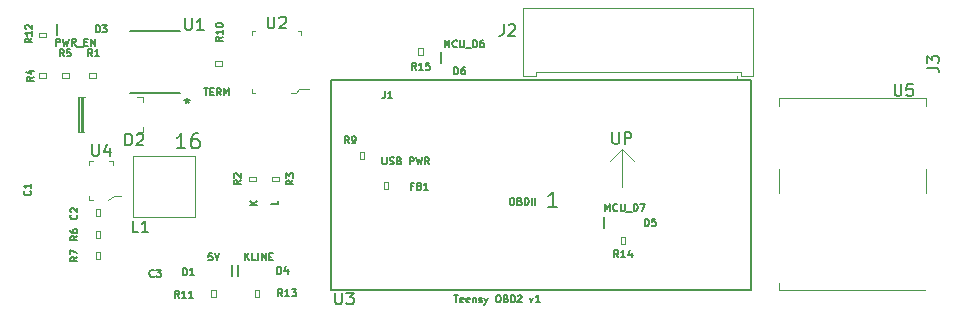
<source format=gto>
G04 #@! TF.GenerationSoftware,KiCad,Pcbnew,5.1.5*
G04 #@! TF.CreationDate,2019-12-04T09:49:36-05:00*
G04 #@! TF.ProjectId,obd-teensy-oled,6f62642d-7465-4656-9e73-792d6f6c6564,rev?*
G04 #@! TF.SameCoordinates,Original*
G04 #@! TF.FileFunction,Legend,Top*
G04 #@! TF.FilePolarity,Positive*
%FSLAX46Y46*%
G04 Gerber Fmt 4.6, Leading zero omitted, Abs format (unit mm)*
G04 Created by KiCad (PCBNEW 5.1.5) date 2019-12-04 09:49:36*
%MOMM*%
%LPD*%
G04 APERTURE LIST*
%ADD10C,0.127000*%
%ADD11C,0.150000*%
%ADD12C,0.120000*%
%ADD13C,0.066040*%
%ADD14C,0.100000*%
%ADD15C,0.152400*%
%ADD16C,0.203200*%
G04 APERTURE END LIST*
D10*
X151917400Y-105965171D02*
X152265742Y-105965171D01*
X152091571Y-106574771D02*
X152091571Y-105965171D01*
X152701171Y-106545742D02*
X152643114Y-106574771D01*
X152527000Y-106574771D01*
X152468942Y-106545742D01*
X152439914Y-106487685D01*
X152439914Y-106255457D01*
X152468942Y-106197400D01*
X152527000Y-106168371D01*
X152643114Y-106168371D01*
X152701171Y-106197400D01*
X152730200Y-106255457D01*
X152730200Y-106313514D01*
X152439914Y-106371571D01*
X153223685Y-106545742D02*
X153165628Y-106574771D01*
X153049514Y-106574771D01*
X152991457Y-106545742D01*
X152962428Y-106487685D01*
X152962428Y-106255457D01*
X152991457Y-106197400D01*
X153049514Y-106168371D01*
X153165628Y-106168371D01*
X153223685Y-106197400D01*
X153252714Y-106255457D01*
X153252714Y-106313514D01*
X152962428Y-106371571D01*
X153513971Y-106168371D02*
X153513971Y-106574771D01*
X153513971Y-106226428D02*
X153543000Y-106197400D01*
X153601057Y-106168371D01*
X153688142Y-106168371D01*
X153746200Y-106197400D01*
X153775228Y-106255457D01*
X153775228Y-106574771D01*
X154036485Y-106545742D02*
X154094542Y-106574771D01*
X154210657Y-106574771D01*
X154268714Y-106545742D01*
X154297742Y-106487685D01*
X154297742Y-106458657D01*
X154268714Y-106400600D01*
X154210657Y-106371571D01*
X154123571Y-106371571D01*
X154065514Y-106342542D01*
X154036485Y-106284485D01*
X154036485Y-106255457D01*
X154065514Y-106197400D01*
X154123571Y-106168371D01*
X154210657Y-106168371D01*
X154268714Y-106197400D01*
X154500942Y-106168371D02*
X154646085Y-106574771D01*
X154791228Y-106168371D02*
X154646085Y-106574771D01*
X154588028Y-106719914D01*
X154559000Y-106748942D01*
X154500942Y-106777971D01*
X155604028Y-105965171D02*
X155720142Y-105965171D01*
X155778200Y-105994200D01*
X155836257Y-106052257D01*
X155865285Y-106168371D01*
X155865285Y-106371571D01*
X155836257Y-106487685D01*
X155778200Y-106545742D01*
X155720142Y-106574771D01*
X155604028Y-106574771D01*
X155545971Y-106545742D01*
X155487914Y-106487685D01*
X155458885Y-106371571D01*
X155458885Y-106168371D01*
X155487914Y-106052257D01*
X155545971Y-105994200D01*
X155604028Y-105965171D01*
X156329742Y-106255457D02*
X156416828Y-106284485D01*
X156445857Y-106313514D01*
X156474885Y-106371571D01*
X156474885Y-106458657D01*
X156445857Y-106516714D01*
X156416828Y-106545742D01*
X156358771Y-106574771D01*
X156126542Y-106574771D01*
X156126542Y-105965171D01*
X156329742Y-105965171D01*
X156387800Y-105994200D01*
X156416828Y-106023228D01*
X156445857Y-106081285D01*
X156445857Y-106139342D01*
X156416828Y-106197400D01*
X156387800Y-106226428D01*
X156329742Y-106255457D01*
X156126542Y-106255457D01*
X156736142Y-106574771D02*
X156736142Y-105965171D01*
X156881285Y-105965171D01*
X156968371Y-105994200D01*
X157026428Y-106052257D01*
X157055457Y-106110314D01*
X157084485Y-106226428D01*
X157084485Y-106313514D01*
X157055457Y-106429628D01*
X157026428Y-106487685D01*
X156968371Y-106545742D01*
X156881285Y-106574771D01*
X156736142Y-106574771D01*
X157316714Y-106023228D02*
X157345742Y-105994200D01*
X157403800Y-105965171D01*
X157548942Y-105965171D01*
X157607000Y-105994200D01*
X157636028Y-106023228D01*
X157665057Y-106081285D01*
X157665057Y-106139342D01*
X157636028Y-106226428D01*
X157287685Y-106574771D01*
X157665057Y-106574771D01*
X158332714Y-106168371D02*
X158477857Y-106574771D01*
X158623000Y-106168371D01*
X159174542Y-106574771D02*
X158826200Y-106574771D01*
X159000371Y-106574771D02*
X159000371Y-105965171D01*
X158942314Y-106052257D01*
X158884257Y-106110314D01*
X158826200Y-106139342D01*
D11*
X165330285Y-92162380D02*
X165330285Y-92971904D01*
X165377904Y-93067142D01*
X165425523Y-93114761D01*
X165520761Y-93162380D01*
X165711238Y-93162380D01*
X165806476Y-93114761D01*
X165854095Y-93067142D01*
X165901714Y-92971904D01*
X165901714Y-92162380D01*
X166377904Y-93162380D02*
X166377904Y-92162380D01*
X166758857Y-92162380D01*
X166854095Y-92210000D01*
X166901714Y-92257619D01*
X166949333Y-92352857D01*
X166949333Y-92495714D01*
X166901714Y-92590952D01*
X166854095Y-92638571D01*
X166758857Y-92686190D01*
X166377904Y-92686190D01*
D12*
X166116000Y-93599000D02*
X167132000Y-94615000D01*
X165100000Y-94615000D02*
X166116000Y-93599000D01*
X166116000Y-96774000D02*
X166116000Y-93599000D01*
D11*
X141478000Y-105537000D02*
X141478000Y-87757000D01*
X177038000Y-105537000D02*
X141478000Y-105537000D01*
X177038000Y-87757000D02*
X177038000Y-105537000D01*
X141478000Y-87757000D02*
X177038000Y-87757000D01*
D12*
X157781000Y-81673000D02*
X167516000Y-81673000D01*
X157781000Y-87393000D02*
X157781000Y-81673000D01*
X158851000Y-87393000D02*
X157781000Y-87393000D01*
X158851000Y-87093000D02*
X158851000Y-87393000D01*
X167516000Y-87093000D02*
X158851000Y-87093000D01*
X177251000Y-81673000D02*
X167516000Y-81673000D01*
X177251000Y-87393000D02*
X177251000Y-81673000D01*
X176181000Y-87393000D02*
X177251000Y-87393000D01*
X176181000Y-87093000D02*
X176181000Y-87393000D01*
X167516000Y-87093000D02*
X176181000Y-87093000D01*
X175891000Y-87683000D02*
X176391000Y-87683000D01*
X175891000Y-87383000D02*
X175891000Y-87683000D01*
D13*
X149296120Y-85044280D02*
X149296120Y-85643720D01*
X149296120Y-85643720D02*
X148899880Y-85643720D01*
X148899880Y-85044280D02*
X148899880Y-85643720D01*
X149296120Y-85044280D02*
X148899880Y-85044280D01*
X166044880Y-101645720D02*
X166044880Y-101046280D01*
X166044880Y-101046280D02*
X166441120Y-101046280D01*
X166441120Y-101645720D02*
X166441120Y-101046280D01*
X166044880Y-101645720D02*
X166441120Y-101645720D01*
X135453120Y-105491280D02*
X135453120Y-106090720D01*
X135453120Y-106090720D02*
X135056880Y-106090720D01*
X135056880Y-105491280D02*
X135056880Y-106090720D01*
X135453120Y-105491280D02*
X135056880Y-105491280D01*
X116794280Y-83748880D02*
X117393720Y-83748880D01*
X117393720Y-83748880D02*
X117393720Y-84145120D01*
X116794280Y-84145120D02*
X117393720Y-84145120D01*
X116794280Y-83748880D02*
X116794280Y-84145120D01*
X131770120Y-105491280D02*
X131770120Y-106090720D01*
X131770120Y-106090720D02*
X131373880Y-106090720D01*
X131373880Y-105491280D02*
X131373880Y-106090720D01*
X131770120Y-105491280D02*
X131373880Y-105491280D01*
D10*
X150812500Y-86326980D02*
X150812500Y-85377020D01*
X164655500Y-100296980D02*
X164655500Y-99347020D01*
X133667500Y-104360980D02*
X133667500Y-103411020D01*
X118300500Y-83913980D02*
X118300500Y-82964020D01*
X133159500Y-103411020D02*
X133159500Y-104360980D01*
D13*
X145978880Y-96946720D02*
X145978880Y-96347280D01*
X145978880Y-96347280D02*
X146375120Y-96347280D01*
X146375120Y-96946720D02*
X146375120Y-96347280D01*
X145978880Y-96946720D02*
X146375120Y-96946720D01*
X131653280Y-86161880D02*
X132252720Y-86161880D01*
X132252720Y-86161880D02*
X132252720Y-86558120D01*
X131653280Y-86558120D02*
X132252720Y-86558120D01*
X131653280Y-86161880D02*
X131653280Y-86558120D01*
X144343120Y-93807280D02*
X144343120Y-94406720D01*
X144343120Y-94406720D02*
X143946880Y-94406720D01*
X143946880Y-93807280D02*
X143946880Y-94406720D01*
X144343120Y-93807280D02*
X143946880Y-93807280D01*
D12*
X179464000Y-89909000D02*
X179464000Y-89309000D01*
X179464000Y-105519000D02*
X179464000Y-104909000D01*
X191884000Y-89909000D02*
X191884000Y-89299000D01*
X191774000Y-105519000D02*
X179464000Y-105519000D01*
X191884000Y-89299000D02*
X179464000Y-89299000D01*
X179464000Y-97309000D02*
X179464000Y-95309000D01*
X191884000Y-97309000D02*
X191884000Y-95309000D01*
D14*
X121047000Y-94616000D02*
X121397000Y-94616000D01*
X121047000Y-94966000D02*
X121047000Y-94616000D01*
X123047000Y-94616000D02*
X123047000Y-94966000D01*
X122697000Y-94616000D02*
X123047000Y-94616000D01*
X121047000Y-97916000D02*
X121397000Y-97916000D01*
X121047000Y-97566000D02*
X121047000Y-97916000D01*
X123097000Y-97566000D02*
X122647000Y-97916000D01*
X123697000Y-97566000D02*
X123097000Y-97566000D01*
D13*
X121991120Y-102316280D02*
X121991120Y-102915720D01*
X121991120Y-102915720D02*
X121594880Y-102915720D01*
X121594880Y-102316280D02*
X121594880Y-102915720D01*
X121991120Y-102316280D02*
X121594880Y-102316280D01*
X121991120Y-100538280D02*
X121991120Y-101137720D01*
X121991120Y-101137720D02*
X121594880Y-101137720D01*
X121594880Y-100538280D02*
X121594880Y-101137720D01*
X121991120Y-100538280D02*
X121594880Y-100538280D01*
X119298720Y-87574120D02*
X118699280Y-87574120D01*
X118699280Y-87574120D02*
X118699280Y-87177880D01*
X119298720Y-87177880D02*
X118699280Y-87177880D01*
X119298720Y-87574120D02*
X119298720Y-87177880D01*
X116794280Y-87177880D02*
X117393720Y-87177880D01*
X117393720Y-87177880D02*
X117393720Y-87574120D01*
X116794280Y-87574120D02*
X117393720Y-87574120D01*
X116794280Y-87177880D02*
X116794280Y-87574120D01*
X136479280Y-95940880D02*
X137078720Y-95940880D01*
X137078720Y-95940880D02*
X137078720Y-96337120D01*
X136479280Y-96337120D02*
X137078720Y-96337120D01*
X136479280Y-95940880D02*
X136479280Y-96337120D01*
X135173720Y-96337120D02*
X134574280Y-96337120D01*
X134574280Y-96337120D02*
X134574280Y-95940880D01*
X135173720Y-95940880D02*
X134574280Y-95940880D01*
X135173720Y-96337120D02*
X135173720Y-95940880D01*
D12*
X124781000Y-94174000D02*
X129981000Y-94174000D01*
X124781000Y-99374000D02*
X124781000Y-94174000D01*
X129981000Y-99374000D02*
X124781000Y-99374000D01*
X129981000Y-94174000D02*
X129981000Y-99374000D01*
D13*
X121991120Y-98633280D02*
X121991120Y-99232720D01*
X121991120Y-99232720D02*
X121594880Y-99232720D01*
X121594880Y-98633280D02*
X121594880Y-99232720D01*
X121991120Y-98633280D02*
X121594880Y-98633280D01*
X121584720Y-87574120D02*
X120985280Y-87574120D01*
X120985280Y-87574120D02*
X120985280Y-87177880D01*
X121584720Y-87177880D02*
X120985280Y-87177880D01*
X121584720Y-87574120D02*
X121584720Y-87177880D01*
D14*
X120512000Y-89203000D02*
X120512000Y-92153000D01*
X120412000Y-89203000D02*
X120412000Y-92153000D01*
X120312000Y-89203000D02*
X120312000Y-92153000D01*
X120212000Y-89203000D02*
X120212000Y-92153000D01*
X125562000Y-89203000D02*
X125562000Y-89578000D01*
X125062000Y-89203000D02*
X125562000Y-89203000D01*
X125562000Y-92153000D02*
X125162000Y-92153000D01*
X125562000Y-91703000D02*
X125562000Y-92153000D01*
X120112000Y-89203000D02*
X120112000Y-92153000D01*
X120712000Y-89203000D02*
X120112000Y-89203000D01*
X120112000Y-92153000D02*
X120612000Y-92153000D01*
D15*
X124498100Y-88861900D02*
X128739900Y-88861900D01*
X128739900Y-83604100D02*
X124498100Y-83604100D01*
D14*
X134806000Y-83633000D02*
X135106000Y-83633000D01*
X134806000Y-83933000D02*
X134806000Y-83633000D01*
X134806000Y-88833000D02*
X135106000Y-88833000D01*
X134806000Y-88533000D02*
X134806000Y-88833000D01*
X139006000Y-83633000D02*
X138706000Y-83633000D01*
X139006000Y-83933000D02*
X139006000Y-83633000D01*
X138806000Y-88533000D02*
X139606000Y-88533000D01*
X138506000Y-88833000D02*
X138806000Y-88533000D01*
X138106000Y-88833000D02*
X138506000Y-88833000D01*
D11*
X141859095Y-105751380D02*
X141859095Y-106560904D01*
X141906714Y-106656142D01*
X141954333Y-106703761D01*
X142049571Y-106751380D01*
X142240047Y-106751380D01*
X142335285Y-106703761D01*
X142382904Y-106656142D01*
X142430523Y-106560904D01*
X142430523Y-105751380D01*
X142811476Y-105751380D02*
X143430523Y-105751380D01*
X143097190Y-106132333D01*
X143240047Y-106132333D01*
X143335285Y-106179952D01*
X143382904Y-106227571D01*
X143430523Y-106322809D01*
X143430523Y-106560904D01*
X143382904Y-106656142D01*
X143335285Y-106703761D01*
X143240047Y-106751380D01*
X142954333Y-106751380D01*
X142859095Y-106703761D01*
X142811476Y-106656142D01*
X156130666Y-83018380D02*
X156130666Y-83732666D01*
X156083047Y-83875523D01*
X155987809Y-83970761D01*
X155844952Y-84018380D01*
X155749714Y-84018380D01*
X156559238Y-83113619D02*
X156606857Y-83066000D01*
X156702095Y-83018380D01*
X156940190Y-83018380D01*
X157035428Y-83066000D01*
X157083047Y-83113619D01*
X157130666Y-83208857D01*
X157130666Y-83304095D01*
X157083047Y-83446952D01*
X156511619Y-84018380D01*
X157130666Y-84018380D01*
X191984380Y-86693333D02*
X192698666Y-86693333D01*
X192841523Y-86740952D01*
X192936761Y-86836190D01*
X192984380Y-86979047D01*
X192984380Y-87074285D01*
X191984380Y-86312380D02*
X191984380Y-85693333D01*
X192365333Y-86026666D01*
X192365333Y-85883809D01*
X192412952Y-85788571D01*
X192460571Y-85740952D01*
X192555809Y-85693333D01*
X192793904Y-85693333D01*
X192889142Y-85740952D01*
X192936761Y-85788571D01*
X192984380Y-85883809D01*
X192984380Y-86169523D01*
X192936761Y-86264761D01*
X192889142Y-86312380D01*
D10*
X148706114Y-86889771D02*
X148502914Y-86599485D01*
X148357771Y-86889771D02*
X148357771Y-86280171D01*
X148590000Y-86280171D01*
X148648057Y-86309200D01*
X148677085Y-86338228D01*
X148706114Y-86396285D01*
X148706114Y-86483371D01*
X148677085Y-86541428D01*
X148648057Y-86570457D01*
X148590000Y-86599485D01*
X148357771Y-86599485D01*
X149286685Y-86889771D02*
X148938342Y-86889771D01*
X149112514Y-86889771D02*
X149112514Y-86280171D01*
X149054457Y-86367257D01*
X148996400Y-86425314D01*
X148938342Y-86454342D01*
X149838228Y-86280171D02*
X149547942Y-86280171D01*
X149518914Y-86570457D01*
X149547942Y-86541428D01*
X149606000Y-86512400D01*
X149751142Y-86512400D01*
X149809200Y-86541428D01*
X149838228Y-86570457D01*
X149867257Y-86628514D01*
X149867257Y-86773657D01*
X149838228Y-86831714D01*
X149809200Y-86860742D01*
X149751142Y-86889771D01*
X149606000Y-86889771D01*
X149547942Y-86860742D01*
X149518914Y-86831714D01*
X165851114Y-102764771D02*
X165647914Y-102474485D01*
X165502771Y-102764771D02*
X165502771Y-102155171D01*
X165735000Y-102155171D01*
X165793057Y-102184200D01*
X165822085Y-102213228D01*
X165851114Y-102271285D01*
X165851114Y-102358371D01*
X165822085Y-102416428D01*
X165793057Y-102445457D01*
X165735000Y-102474485D01*
X165502771Y-102474485D01*
X166431685Y-102764771D02*
X166083342Y-102764771D01*
X166257514Y-102764771D02*
X166257514Y-102155171D01*
X166199457Y-102242257D01*
X166141400Y-102300314D01*
X166083342Y-102329342D01*
X166954200Y-102358371D02*
X166954200Y-102764771D01*
X166809057Y-102126142D02*
X166663914Y-102561571D01*
X167041285Y-102561571D01*
X137403114Y-106066771D02*
X137199914Y-105776485D01*
X137054771Y-106066771D02*
X137054771Y-105457171D01*
X137287000Y-105457171D01*
X137345057Y-105486200D01*
X137374085Y-105515228D01*
X137403114Y-105573285D01*
X137403114Y-105660371D01*
X137374085Y-105718428D01*
X137345057Y-105747457D01*
X137287000Y-105776485D01*
X137054771Y-105776485D01*
X137983685Y-106066771D02*
X137635342Y-106066771D01*
X137809514Y-106066771D02*
X137809514Y-105457171D01*
X137751457Y-105544257D01*
X137693400Y-105602314D01*
X137635342Y-105631342D01*
X138186885Y-105457171D02*
X138564257Y-105457171D01*
X138361057Y-105689400D01*
X138448142Y-105689400D01*
X138506200Y-105718428D01*
X138535228Y-105747457D01*
X138564257Y-105805514D01*
X138564257Y-105950657D01*
X138535228Y-106008714D01*
X138506200Y-106037742D01*
X138448142Y-106066771D01*
X138273971Y-106066771D01*
X138215914Y-106037742D01*
X138186885Y-106008714D01*
X116226771Y-84211885D02*
X115936485Y-84415085D01*
X116226771Y-84560228D02*
X115617171Y-84560228D01*
X115617171Y-84328000D01*
X115646200Y-84269942D01*
X115675228Y-84240914D01*
X115733285Y-84211885D01*
X115820371Y-84211885D01*
X115878428Y-84240914D01*
X115907457Y-84269942D01*
X115936485Y-84328000D01*
X115936485Y-84560228D01*
X116226771Y-83631314D02*
X116226771Y-83979657D01*
X116226771Y-83805485D02*
X115617171Y-83805485D01*
X115704257Y-83863542D01*
X115762314Y-83921600D01*
X115791342Y-83979657D01*
X115675228Y-83399085D02*
X115646200Y-83370057D01*
X115617171Y-83312000D01*
X115617171Y-83166857D01*
X115646200Y-83108800D01*
X115675228Y-83079771D01*
X115733285Y-83050742D01*
X115791342Y-83050742D01*
X115878428Y-83079771D01*
X116226771Y-83428114D01*
X116226771Y-83050742D01*
X128640114Y-106193771D02*
X128436914Y-105903485D01*
X128291771Y-106193771D02*
X128291771Y-105584171D01*
X128524000Y-105584171D01*
X128582057Y-105613200D01*
X128611085Y-105642228D01*
X128640114Y-105700285D01*
X128640114Y-105787371D01*
X128611085Y-105845428D01*
X128582057Y-105874457D01*
X128524000Y-105903485D01*
X128291771Y-105903485D01*
X129220685Y-106193771D02*
X128872342Y-106193771D01*
X129046514Y-106193771D02*
X129046514Y-105584171D01*
X128988457Y-105671257D01*
X128930400Y-105729314D01*
X128872342Y-105758342D01*
X129801257Y-106193771D02*
X129452914Y-106193771D01*
X129627085Y-106193771D02*
X129627085Y-105584171D01*
X129569028Y-105671257D01*
X129510971Y-105729314D01*
X129452914Y-105758342D01*
X151950057Y-87270771D02*
X151950057Y-86661171D01*
X152095200Y-86661171D01*
X152182285Y-86690200D01*
X152240342Y-86748257D01*
X152269371Y-86806314D01*
X152298400Y-86922428D01*
X152298400Y-87009514D01*
X152269371Y-87125628D01*
X152240342Y-87183685D01*
X152182285Y-87241742D01*
X152095200Y-87270771D01*
X151950057Y-87270771D01*
X152820914Y-86661171D02*
X152704800Y-86661171D01*
X152646742Y-86690200D01*
X152617714Y-86719228D01*
X152559657Y-86806314D01*
X152530628Y-86922428D01*
X152530628Y-87154657D01*
X152559657Y-87212714D01*
X152588685Y-87241742D01*
X152646742Y-87270771D01*
X152762857Y-87270771D01*
X152820914Y-87241742D01*
X152849942Y-87212714D01*
X152878971Y-87154657D01*
X152878971Y-87009514D01*
X152849942Y-86951457D01*
X152820914Y-86922428D01*
X152762857Y-86893400D01*
X152646742Y-86893400D01*
X152588685Y-86922428D01*
X152559657Y-86951457D01*
X152530628Y-87009514D01*
X151126371Y-84984771D02*
X151126371Y-84375171D01*
X151329571Y-84810600D01*
X151532771Y-84375171D01*
X151532771Y-84984771D01*
X152171400Y-84926714D02*
X152142371Y-84955742D01*
X152055285Y-84984771D01*
X151997228Y-84984771D01*
X151910142Y-84955742D01*
X151852085Y-84897685D01*
X151823057Y-84839628D01*
X151794028Y-84723514D01*
X151794028Y-84636428D01*
X151823057Y-84520314D01*
X151852085Y-84462257D01*
X151910142Y-84404200D01*
X151997228Y-84375171D01*
X152055285Y-84375171D01*
X152142371Y-84404200D01*
X152171400Y-84433228D01*
X152432657Y-84375171D02*
X152432657Y-84868657D01*
X152461685Y-84926714D01*
X152490714Y-84955742D01*
X152548771Y-84984771D01*
X152664885Y-84984771D01*
X152722942Y-84955742D01*
X152751971Y-84926714D01*
X152781000Y-84868657D01*
X152781000Y-84375171D01*
X152926142Y-85042828D02*
X153390600Y-85042828D01*
X153535742Y-84984771D02*
X153535742Y-84375171D01*
X153680885Y-84375171D01*
X153767971Y-84404200D01*
X153826028Y-84462257D01*
X153855057Y-84520314D01*
X153884085Y-84636428D01*
X153884085Y-84723514D01*
X153855057Y-84839628D01*
X153826028Y-84897685D01*
X153767971Y-84955742D01*
X153680885Y-84984771D01*
X153535742Y-84984771D01*
X154406600Y-84375171D02*
X154290485Y-84375171D01*
X154232428Y-84404200D01*
X154203400Y-84433228D01*
X154145342Y-84520314D01*
X154116314Y-84636428D01*
X154116314Y-84868657D01*
X154145342Y-84926714D01*
X154174371Y-84955742D01*
X154232428Y-84984771D01*
X154348542Y-84984771D01*
X154406600Y-84955742D01*
X154435628Y-84926714D01*
X154464657Y-84868657D01*
X154464657Y-84723514D01*
X154435628Y-84665457D01*
X154406600Y-84636428D01*
X154348542Y-84607400D01*
X154232428Y-84607400D01*
X154174371Y-84636428D01*
X154145342Y-84665457D01*
X154116314Y-84723514D01*
X168079057Y-100097771D02*
X168079057Y-99488171D01*
X168224200Y-99488171D01*
X168311285Y-99517200D01*
X168369342Y-99575257D01*
X168398371Y-99633314D01*
X168427400Y-99749428D01*
X168427400Y-99836514D01*
X168398371Y-99952628D01*
X168369342Y-100010685D01*
X168311285Y-100068742D01*
X168224200Y-100097771D01*
X168079057Y-100097771D01*
X168978942Y-99488171D02*
X168688657Y-99488171D01*
X168659628Y-99778457D01*
X168688657Y-99749428D01*
X168746714Y-99720400D01*
X168891857Y-99720400D01*
X168949914Y-99749428D01*
X168978942Y-99778457D01*
X169007971Y-99836514D01*
X169007971Y-99981657D01*
X168978942Y-100039714D01*
X168949914Y-100068742D01*
X168891857Y-100097771D01*
X168746714Y-100097771D01*
X168688657Y-100068742D01*
X168659628Y-100039714D01*
X164715371Y-98827771D02*
X164715371Y-98218171D01*
X164918571Y-98653600D01*
X165121771Y-98218171D01*
X165121771Y-98827771D01*
X165760400Y-98769714D02*
X165731371Y-98798742D01*
X165644285Y-98827771D01*
X165586228Y-98827771D01*
X165499142Y-98798742D01*
X165441085Y-98740685D01*
X165412057Y-98682628D01*
X165383028Y-98566514D01*
X165383028Y-98479428D01*
X165412057Y-98363314D01*
X165441085Y-98305257D01*
X165499142Y-98247200D01*
X165586228Y-98218171D01*
X165644285Y-98218171D01*
X165731371Y-98247200D01*
X165760400Y-98276228D01*
X166021657Y-98218171D02*
X166021657Y-98711657D01*
X166050685Y-98769714D01*
X166079714Y-98798742D01*
X166137771Y-98827771D01*
X166253885Y-98827771D01*
X166311942Y-98798742D01*
X166340971Y-98769714D01*
X166370000Y-98711657D01*
X166370000Y-98218171D01*
X166515142Y-98885828D02*
X166979600Y-98885828D01*
X167124742Y-98827771D02*
X167124742Y-98218171D01*
X167269885Y-98218171D01*
X167356971Y-98247200D01*
X167415028Y-98305257D01*
X167444057Y-98363314D01*
X167473085Y-98479428D01*
X167473085Y-98566514D01*
X167444057Y-98682628D01*
X167415028Y-98740685D01*
X167356971Y-98798742D01*
X167269885Y-98827771D01*
X167124742Y-98827771D01*
X167676285Y-98218171D02*
X168082685Y-98218171D01*
X167821428Y-98827771D01*
X136964057Y-104161771D02*
X136964057Y-103552171D01*
X137109200Y-103552171D01*
X137196285Y-103581200D01*
X137254342Y-103639257D01*
X137283371Y-103697314D01*
X137312400Y-103813428D01*
X137312400Y-103900514D01*
X137283371Y-104016628D01*
X137254342Y-104074685D01*
X137196285Y-104132742D01*
X137109200Y-104161771D01*
X136964057Y-104161771D01*
X137834914Y-103755371D02*
X137834914Y-104161771D01*
X137689771Y-103523142D02*
X137544628Y-103958571D01*
X137922000Y-103958571D01*
X134235371Y-103018771D02*
X134235371Y-102409171D01*
X134583714Y-103018771D02*
X134322457Y-102670428D01*
X134583714Y-102409171D02*
X134235371Y-102757514D01*
X135135257Y-103018771D02*
X134844971Y-103018771D01*
X134844971Y-102409171D01*
X135338457Y-103018771D02*
X135338457Y-102409171D01*
X135628742Y-103018771D02*
X135628742Y-102409171D01*
X135977085Y-103018771D01*
X135977085Y-102409171D01*
X136267371Y-102699457D02*
X136470571Y-102699457D01*
X136557657Y-103018771D02*
X136267371Y-103018771D01*
X136267371Y-102409171D01*
X136557657Y-102409171D01*
X121597057Y-83714771D02*
X121597057Y-83105171D01*
X121742200Y-83105171D01*
X121829285Y-83134200D01*
X121887342Y-83192257D01*
X121916371Y-83250314D01*
X121945400Y-83366428D01*
X121945400Y-83453514D01*
X121916371Y-83569628D01*
X121887342Y-83627685D01*
X121829285Y-83685742D01*
X121742200Y-83714771D01*
X121597057Y-83714771D01*
X122148600Y-83105171D02*
X122525971Y-83105171D01*
X122322771Y-83337400D01*
X122409857Y-83337400D01*
X122467914Y-83366428D01*
X122496942Y-83395457D01*
X122525971Y-83453514D01*
X122525971Y-83598657D01*
X122496942Y-83656714D01*
X122467914Y-83685742D01*
X122409857Y-83714771D01*
X122235685Y-83714771D01*
X122177628Y-83685742D01*
X122148600Y-83656714D01*
X118247885Y-84857771D02*
X118247885Y-84248171D01*
X118480114Y-84248171D01*
X118538171Y-84277200D01*
X118567200Y-84306228D01*
X118596228Y-84364285D01*
X118596228Y-84451371D01*
X118567200Y-84509428D01*
X118538171Y-84538457D01*
X118480114Y-84567485D01*
X118247885Y-84567485D01*
X118799428Y-84248171D02*
X118944571Y-84857771D01*
X119060685Y-84422342D01*
X119176800Y-84857771D01*
X119321942Y-84248171D01*
X119902514Y-84857771D02*
X119699314Y-84567485D01*
X119554171Y-84857771D02*
X119554171Y-84248171D01*
X119786400Y-84248171D01*
X119844457Y-84277200D01*
X119873485Y-84306228D01*
X119902514Y-84364285D01*
X119902514Y-84451371D01*
X119873485Y-84509428D01*
X119844457Y-84538457D01*
X119786400Y-84567485D01*
X119554171Y-84567485D01*
X120018628Y-84915828D02*
X120483085Y-84915828D01*
X120628228Y-84538457D02*
X120831428Y-84538457D01*
X120918514Y-84857771D02*
X120628228Y-84857771D01*
X120628228Y-84248171D01*
X120918514Y-84248171D01*
X121179771Y-84857771D02*
X121179771Y-84248171D01*
X121528114Y-84857771D01*
X121528114Y-84248171D01*
X128963057Y-104288771D02*
X128963057Y-103679171D01*
X129108200Y-103679171D01*
X129195285Y-103708200D01*
X129253342Y-103766257D01*
X129282371Y-103824314D01*
X129311400Y-103940428D01*
X129311400Y-104027514D01*
X129282371Y-104143628D01*
X129253342Y-104201685D01*
X129195285Y-104259742D01*
X129108200Y-104288771D01*
X128963057Y-104288771D01*
X129891971Y-104288771D02*
X129543628Y-104288771D01*
X129717800Y-104288771D02*
X129717800Y-103679171D01*
X129659742Y-103766257D01*
X129601685Y-103824314D01*
X129543628Y-103853342D01*
X131455885Y-102409171D02*
X131165600Y-102409171D01*
X131136571Y-102699457D01*
X131165600Y-102670428D01*
X131223657Y-102641400D01*
X131368800Y-102641400D01*
X131426857Y-102670428D01*
X131455885Y-102699457D01*
X131484914Y-102757514D01*
X131484914Y-102902657D01*
X131455885Y-102960714D01*
X131426857Y-102989742D01*
X131368800Y-103018771D01*
X131223657Y-103018771D01*
X131165600Y-102989742D01*
X131136571Y-102960714D01*
X131659085Y-102409171D02*
X131862285Y-103018771D01*
X132065485Y-102409171D01*
X148463000Y-96730457D02*
X148259800Y-96730457D01*
X148259800Y-97049771D02*
X148259800Y-96440171D01*
X148550085Y-96440171D01*
X148985514Y-96730457D02*
X149072600Y-96759485D01*
X149101628Y-96788514D01*
X149130657Y-96846571D01*
X149130657Y-96933657D01*
X149101628Y-96991714D01*
X149072600Y-97020742D01*
X149014542Y-97049771D01*
X148782314Y-97049771D01*
X148782314Y-96440171D01*
X148985514Y-96440171D01*
X149043571Y-96469200D01*
X149072600Y-96498228D01*
X149101628Y-96556285D01*
X149101628Y-96614342D01*
X149072600Y-96672400D01*
X149043571Y-96701428D01*
X148985514Y-96730457D01*
X148782314Y-96730457D01*
X149711228Y-97049771D02*
X149362885Y-97049771D01*
X149537057Y-97049771D02*
X149537057Y-96440171D01*
X149479000Y-96527257D01*
X149420942Y-96585314D01*
X149362885Y-96614342D01*
X132355771Y-84084885D02*
X132065485Y-84288085D01*
X132355771Y-84433228D02*
X131746171Y-84433228D01*
X131746171Y-84201000D01*
X131775200Y-84142942D01*
X131804228Y-84113914D01*
X131862285Y-84084885D01*
X131949371Y-84084885D01*
X132007428Y-84113914D01*
X132036457Y-84142942D01*
X132065485Y-84201000D01*
X132065485Y-84433228D01*
X132355771Y-83504314D02*
X132355771Y-83852657D01*
X132355771Y-83678485D02*
X131746171Y-83678485D01*
X131833257Y-83736542D01*
X131891314Y-83794600D01*
X131920342Y-83852657D01*
X131746171Y-83126942D02*
X131746171Y-83068885D01*
X131775200Y-83010828D01*
X131804228Y-82981800D01*
X131862285Y-82952771D01*
X131978400Y-82923742D01*
X132123542Y-82923742D01*
X132239657Y-82952771D01*
X132297714Y-82981800D01*
X132326742Y-83010828D01*
X132355771Y-83068885D01*
X132355771Y-83126942D01*
X132326742Y-83185000D01*
X132297714Y-83214028D01*
X132239657Y-83243057D01*
X132123542Y-83272085D01*
X131978400Y-83272085D01*
X131862285Y-83243057D01*
X131804228Y-83214028D01*
X131775200Y-83185000D01*
X131746171Y-83126942D01*
X130722914Y-88439171D02*
X131071257Y-88439171D01*
X130897085Y-89048771D02*
X130897085Y-88439171D01*
X131274457Y-88729457D02*
X131477657Y-88729457D01*
X131564742Y-89048771D02*
X131274457Y-89048771D01*
X131274457Y-88439171D01*
X131564742Y-88439171D01*
X132174342Y-89048771D02*
X131971142Y-88758485D01*
X131826000Y-89048771D02*
X131826000Y-88439171D01*
X132058228Y-88439171D01*
X132116285Y-88468200D01*
X132145314Y-88497228D01*
X132174342Y-88555285D01*
X132174342Y-88642371D01*
X132145314Y-88700428D01*
X132116285Y-88729457D01*
X132058228Y-88758485D01*
X131826000Y-88758485D01*
X132435600Y-89048771D02*
X132435600Y-88439171D01*
X132638800Y-88874600D01*
X132842000Y-88439171D01*
X132842000Y-89048771D01*
X143027400Y-93112771D02*
X142824200Y-92822485D01*
X142679057Y-93112771D02*
X142679057Y-92503171D01*
X142911285Y-92503171D01*
X142969342Y-92532200D01*
X142998371Y-92561228D01*
X143027400Y-92619285D01*
X143027400Y-92706371D01*
X142998371Y-92764428D01*
X142969342Y-92793457D01*
X142911285Y-92822485D01*
X142679057Y-92822485D01*
X143317685Y-93112771D02*
X143433800Y-93112771D01*
X143491857Y-93083742D01*
X143520885Y-93054714D01*
X143578942Y-92967628D01*
X143607971Y-92851514D01*
X143607971Y-92619285D01*
X143578942Y-92561228D01*
X143549914Y-92532200D01*
X143491857Y-92503171D01*
X143375742Y-92503171D01*
X143317685Y-92532200D01*
X143288657Y-92561228D01*
X143259628Y-92619285D01*
X143259628Y-92764428D01*
X143288657Y-92822485D01*
X143317685Y-92851514D01*
X143375742Y-92880542D01*
X143491857Y-92880542D01*
X143549914Y-92851514D01*
X143578942Y-92822485D01*
X143607971Y-92764428D01*
X145868571Y-94281171D02*
X145868571Y-94774657D01*
X145897600Y-94832714D01*
X145926628Y-94861742D01*
X145984685Y-94890771D01*
X146100800Y-94890771D01*
X146158857Y-94861742D01*
X146187885Y-94832714D01*
X146216914Y-94774657D01*
X146216914Y-94281171D01*
X146478171Y-94861742D02*
X146565257Y-94890771D01*
X146710400Y-94890771D01*
X146768457Y-94861742D01*
X146797485Y-94832714D01*
X146826514Y-94774657D01*
X146826514Y-94716600D01*
X146797485Y-94658542D01*
X146768457Y-94629514D01*
X146710400Y-94600485D01*
X146594285Y-94571457D01*
X146536228Y-94542428D01*
X146507200Y-94513400D01*
X146478171Y-94455342D01*
X146478171Y-94397285D01*
X146507200Y-94339228D01*
X146536228Y-94310200D01*
X146594285Y-94281171D01*
X146739428Y-94281171D01*
X146826514Y-94310200D01*
X147290971Y-94571457D02*
X147378057Y-94600485D01*
X147407085Y-94629514D01*
X147436114Y-94687571D01*
X147436114Y-94774657D01*
X147407085Y-94832714D01*
X147378057Y-94861742D01*
X147320000Y-94890771D01*
X147087771Y-94890771D01*
X147087771Y-94281171D01*
X147290971Y-94281171D01*
X147349028Y-94310200D01*
X147378057Y-94339228D01*
X147407085Y-94397285D01*
X147407085Y-94455342D01*
X147378057Y-94513400D01*
X147349028Y-94542428D01*
X147290971Y-94571457D01*
X147087771Y-94571457D01*
X148161828Y-94890771D02*
X148161828Y-94281171D01*
X148394057Y-94281171D01*
X148452114Y-94310200D01*
X148481142Y-94339228D01*
X148510171Y-94397285D01*
X148510171Y-94484371D01*
X148481142Y-94542428D01*
X148452114Y-94571457D01*
X148394057Y-94600485D01*
X148161828Y-94600485D01*
X148713371Y-94281171D02*
X148858514Y-94890771D01*
X148974628Y-94455342D01*
X149090742Y-94890771D01*
X149235885Y-94281171D01*
X149816457Y-94890771D02*
X149613257Y-94600485D01*
X149468114Y-94890771D02*
X149468114Y-94281171D01*
X149700342Y-94281171D01*
X149758400Y-94310200D01*
X149787428Y-94339228D01*
X149816457Y-94397285D01*
X149816457Y-94484371D01*
X149787428Y-94542428D01*
X149758400Y-94571457D01*
X149700342Y-94600485D01*
X149468114Y-94600485D01*
D11*
X189230095Y-88098380D02*
X189230095Y-88907904D01*
X189277714Y-89003142D01*
X189325333Y-89050761D01*
X189420571Y-89098380D01*
X189611047Y-89098380D01*
X189706285Y-89050761D01*
X189753904Y-89003142D01*
X189801523Y-88907904D01*
X189801523Y-88098380D01*
X190753904Y-88098380D02*
X190277714Y-88098380D01*
X190230095Y-88574571D01*
X190277714Y-88526952D01*
X190372952Y-88479333D01*
X190611047Y-88479333D01*
X190706285Y-88526952D01*
X190753904Y-88574571D01*
X190801523Y-88669809D01*
X190801523Y-88907904D01*
X190753904Y-89003142D01*
X190706285Y-89050761D01*
X190611047Y-89098380D01*
X190372952Y-89098380D01*
X190277714Y-89050761D01*
X190230095Y-89003142D01*
X121285095Y-93178380D02*
X121285095Y-93987904D01*
X121332714Y-94083142D01*
X121380333Y-94130761D01*
X121475571Y-94178380D01*
X121666047Y-94178380D01*
X121761285Y-94130761D01*
X121808904Y-94083142D01*
X121856523Y-93987904D01*
X121856523Y-93178380D01*
X122761285Y-93511714D02*
X122761285Y-94178380D01*
X122523190Y-93130761D02*
X122285095Y-93845047D01*
X122904142Y-93845047D01*
D10*
X120036771Y-102717600D02*
X119746485Y-102920800D01*
X120036771Y-103065942D02*
X119427171Y-103065942D01*
X119427171Y-102833714D01*
X119456200Y-102775657D01*
X119485228Y-102746628D01*
X119543285Y-102717600D01*
X119630371Y-102717600D01*
X119688428Y-102746628D01*
X119717457Y-102775657D01*
X119746485Y-102833714D01*
X119746485Y-103065942D01*
X119427171Y-102514400D02*
X119427171Y-102108000D01*
X120036771Y-102369257D01*
X120036771Y-100939600D02*
X119746485Y-101142800D01*
X120036771Y-101287942D02*
X119427171Y-101287942D01*
X119427171Y-101055714D01*
X119456200Y-100997657D01*
X119485228Y-100968628D01*
X119543285Y-100939600D01*
X119630371Y-100939600D01*
X119688428Y-100968628D01*
X119717457Y-100997657D01*
X119746485Y-101055714D01*
X119746485Y-101287942D01*
X119427171Y-100417085D02*
X119427171Y-100533200D01*
X119456200Y-100591257D01*
X119485228Y-100620285D01*
X119572314Y-100678342D01*
X119688428Y-100707371D01*
X119920657Y-100707371D01*
X119978714Y-100678342D01*
X120007742Y-100649314D01*
X120036771Y-100591257D01*
X120036771Y-100475142D01*
X120007742Y-100417085D01*
X119978714Y-100388057D01*
X119920657Y-100359028D01*
X119775514Y-100359028D01*
X119717457Y-100388057D01*
X119688428Y-100417085D01*
X119659400Y-100475142D01*
X119659400Y-100591257D01*
X119688428Y-100649314D01*
X119717457Y-100678342D01*
X119775514Y-100707371D01*
X118897400Y-85746771D02*
X118694200Y-85456485D01*
X118549057Y-85746771D02*
X118549057Y-85137171D01*
X118781285Y-85137171D01*
X118839342Y-85166200D01*
X118868371Y-85195228D01*
X118897400Y-85253285D01*
X118897400Y-85340371D01*
X118868371Y-85398428D01*
X118839342Y-85427457D01*
X118781285Y-85456485D01*
X118549057Y-85456485D01*
X119448942Y-85137171D02*
X119158657Y-85137171D01*
X119129628Y-85427457D01*
X119158657Y-85398428D01*
X119216714Y-85369400D01*
X119361857Y-85369400D01*
X119419914Y-85398428D01*
X119448942Y-85427457D01*
X119477971Y-85485514D01*
X119477971Y-85630657D01*
X119448942Y-85688714D01*
X119419914Y-85717742D01*
X119361857Y-85746771D01*
X119216714Y-85746771D01*
X119158657Y-85717742D01*
X119129628Y-85688714D01*
X116353771Y-87477600D02*
X116063485Y-87680800D01*
X116353771Y-87825942D02*
X115744171Y-87825942D01*
X115744171Y-87593714D01*
X115773200Y-87535657D01*
X115802228Y-87506628D01*
X115860285Y-87477600D01*
X115947371Y-87477600D01*
X116005428Y-87506628D01*
X116034457Y-87535657D01*
X116063485Y-87593714D01*
X116063485Y-87825942D01*
X115947371Y-86955085D02*
X116353771Y-86955085D01*
X115715142Y-87100228D02*
X116150571Y-87245371D01*
X116150571Y-86868000D01*
X138324771Y-96240600D02*
X138034485Y-96443800D01*
X138324771Y-96588942D02*
X137715171Y-96588942D01*
X137715171Y-96356714D01*
X137744200Y-96298657D01*
X137773228Y-96269628D01*
X137831285Y-96240600D01*
X137918371Y-96240600D01*
X137976428Y-96269628D01*
X138005457Y-96298657D01*
X138034485Y-96356714D01*
X138034485Y-96588942D01*
X137715171Y-96037400D02*
X137715171Y-95660028D01*
X137947400Y-95863228D01*
X137947400Y-95776142D01*
X137976428Y-95718085D01*
X138005457Y-95689057D01*
X138063514Y-95660028D01*
X138208657Y-95660028D01*
X138266714Y-95689057D01*
X138295742Y-95718085D01*
X138324771Y-95776142D01*
X138324771Y-95950314D01*
X138295742Y-96008371D01*
X138266714Y-96037400D01*
X137054771Y-97982314D02*
X137054771Y-98272600D01*
X136445171Y-98272600D01*
X133879771Y-96240600D02*
X133589485Y-96443800D01*
X133879771Y-96588942D02*
X133270171Y-96588942D01*
X133270171Y-96356714D01*
X133299200Y-96298657D01*
X133328228Y-96269628D01*
X133386285Y-96240600D01*
X133473371Y-96240600D01*
X133531428Y-96269628D01*
X133560457Y-96298657D01*
X133589485Y-96356714D01*
X133589485Y-96588942D01*
X133328228Y-96008371D02*
X133299200Y-95979342D01*
X133270171Y-95921285D01*
X133270171Y-95776142D01*
X133299200Y-95718085D01*
X133328228Y-95689057D01*
X133386285Y-95660028D01*
X133444342Y-95660028D01*
X133531428Y-95689057D01*
X133879771Y-96037400D01*
X133879771Y-95660028D01*
X135276771Y-98330657D02*
X134667171Y-98330657D01*
X135276771Y-97982314D02*
X134928428Y-98243571D01*
X134667171Y-97982314D02*
X135015514Y-98330657D01*
D11*
X125182333Y-100655380D02*
X124706142Y-100655380D01*
X124706142Y-99655380D01*
X126039476Y-100655380D02*
X125468047Y-100655380D01*
X125753761Y-100655380D02*
X125753761Y-99655380D01*
X125658523Y-99798238D01*
X125563285Y-99893476D01*
X125468047Y-99941095D01*
D10*
X126517400Y-104357714D02*
X126488371Y-104386742D01*
X126401285Y-104415771D01*
X126343228Y-104415771D01*
X126256142Y-104386742D01*
X126198085Y-104328685D01*
X126169057Y-104270628D01*
X126140028Y-104154514D01*
X126140028Y-104067428D01*
X126169057Y-103951314D01*
X126198085Y-103893257D01*
X126256142Y-103835200D01*
X126343228Y-103806171D01*
X126401285Y-103806171D01*
X126488371Y-103835200D01*
X126517400Y-103864228D01*
X126720600Y-103806171D02*
X127097971Y-103806171D01*
X126894771Y-104038400D01*
X126981857Y-104038400D01*
X127039914Y-104067428D01*
X127068942Y-104096457D01*
X127097971Y-104154514D01*
X127097971Y-104299657D01*
X127068942Y-104357714D01*
X127039914Y-104386742D01*
X126981857Y-104415771D01*
X126807685Y-104415771D01*
X126749628Y-104386742D01*
X126720600Y-104357714D01*
X119978714Y-99161600D02*
X120007742Y-99190628D01*
X120036771Y-99277714D01*
X120036771Y-99335771D01*
X120007742Y-99422857D01*
X119949685Y-99480914D01*
X119891628Y-99509942D01*
X119775514Y-99538971D01*
X119688428Y-99538971D01*
X119572314Y-99509942D01*
X119514257Y-99480914D01*
X119456200Y-99422857D01*
X119427171Y-99335771D01*
X119427171Y-99277714D01*
X119456200Y-99190628D01*
X119485228Y-99161600D01*
X119485228Y-98929371D02*
X119456200Y-98900342D01*
X119427171Y-98842285D01*
X119427171Y-98697142D01*
X119456200Y-98639085D01*
X119485228Y-98610057D01*
X119543285Y-98581028D01*
X119601342Y-98581028D01*
X119688428Y-98610057D01*
X120036771Y-98958400D01*
X120036771Y-98581028D01*
X116041714Y-97129600D02*
X116070742Y-97158628D01*
X116099771Y-97245714D01*
X116099771Y-97303771D01*
X116070742Y-97390857D01*
X116012685Y-97448914D01*
X115954628Y-97477942D01*
X115838514Y-97506971D01*
X115751428Y-97506971D01*
X115635314Y-97477942D01*
X115577257Y-97448914D01*
X115519200Y-97390857D01*
X115490171Y-97303771D01*
X115490171Y-97245714D01*
X115519200Y-97158628D01*
X115548228Y-97129600D01*
X116099771Y-96549028D02*
X116099771Y-96897371D01*
X116099771Y-96723200D02*
X115490171Y-96723200D01*
X115577257Y-96781257D01*
X115635314Y-96839314D01*
X115664342Y-96897371D01*
X121310400Y-85746771D02*
X121107200Y-85456485D01*
X120962057Y-85746771D02*
X120962057Y-85137171D01*
X121194285Y-85137171D01*
X121252342Y-85166200D01*
X121281371Y-85195228D01*
X121310400Y-85253285D01*
X121310400Y-85340371D01*
X121281371Y-85398428D01*
X121252342Y-85427457D01*
X121194285Y-85456485D01*
X120962057Y-85456485D01*
X121890971Y-85746771D02*
X121542628Y-85746771D01*
X121716800Y-85746771D02*
X121716800Y-85137171D01*
X121658742Y-85224257D01*
X121600685Y-85282314D01*
X121542628Y-85311342D01*
D11*
X124102904Y-93289380D02*
X124102904Y-92289380D01*
X124341000Y-92289380D01*
X124483857Y-92337000D01*
X124579095Y-92432238D01*
X124626714Y-92527476D01*
X124674333Y-92717952D01*
X124674333Y-92860809D01*
X124626714Y-93051285D01*
X124579095Y-93146523D01*
X124483857Y-93241761D01*
X124341000Y-93289380D01*
X124102904Y-93289380D01*
X125055285Y-92384619D02*
X125102904Y-92337000D01*
X125198142Y-92289380D01*
X125436238Y-92289380D01*
X125531476Y-92337000D01*
X125579095Y-92384619D01*
X125626714Y-92479857D01*
X125626714Y-92575095D01*
X125579095Y-92717952D01*
X125007666Y-93289380D01*
X125626714Y-93289380D01*
X129159095Y-82510380D02*
X129159095Y-83319904D01*
X129206714Y-83415142D01*
X129254333Y-83462761D01*
X129349571Y-83510380D01*
X129540047Y-83510380D01*
X129635285Y-83462761D01*
X129682904Y-83415142D01*
X129730523Y-83319904D01*
X129730523Y-82510380D01*
X130730523Y-83510380D02*
X130159095Y-83510380D01*
X130444809Y-83510380D02*
X130444809Y-82510380D01*
X130349571Y-82653238D01*
X130254333Y-82748476D01*
X130159095Y-82796095D01*
X129336800Y-89292180D02*
X129336800Y-89530276D01*
X129098704Y-89435038D02*
X129336800Y-89530276D01*
X129574895Y-89435038D01*
X129193942Y-89720752D02*
X129336800Y-89530276D01*
X129479657Y-89720752D01*
X129336800Y-89292180D02*
X129336800Y-89530276D01*
X129098704Y-89435038D02*
X129336800Y-89530276D01*
X129574895Y-89435038D01*
X129193942Y-89720752D02*
X129336800Y-89530276D01*
X129479657Y-89720752D01*
D10*
X146100800Y-88693171D02*
X146100800Y-89128600D01*
X146071771Y-89215685D01*
X146013714Y-89273742D01*
X145926628Y-89302771D01*
X145868571Y-89302771D01*
X146710400Y-89302771D02*
X146362057Y-89302771D01*
X146536228Y-89302771D02*
X146536228Y-88693171D01*
X146478171Y-88780257D01*
X146420114Y-88838314D01*
X146362057Y-88867342D01*
X156776057Y-97710171D02*
X156892171Y-97710171D01*
X156950228Y-97739200D01*
X157008285Y-97797257D01*
X157037314Y-97913371D01*
X157037314Y-98116571D01*
X157008285Y-98232685D01*
X156950228Y-98290742D01*
X156892171Y-98319771D01*
X156776057Y-98319771D01*
X156718000Y-98290742D01*
X156659942Y-98232685D01*
X156630914Y-98116571D01*
X156630914Y-97913371D01*
X156659942Y-97797257D01*
X156718000Y-97739200D01*
X156776057Y-97710171D01*
X157501771Y-98000457D02*
X157588857Y-98029485D01*
X157617885Y-98058514D01*
X157646914Y-98116571D01*
X157646914Y-98203657D01*
X157617885Y-98261714D01*
X157588857Y-98290742D01*
X157530800Y-98319771D01*
X157298571Y-98319771D01*
X157298571Y-97710171D01*
X157501771Y-97710171D01*
X157559828Y-97739200D01*
X157588857Y-97768228D01*
X157617885Y-97826285D01*
X157617885Y-97884342D01*
X157588857Y-97942400D01*
X157559828Y-97971428D01*
X157501771Y-98000457D01*
X157298571Y-98000457D01*
X157908171Y-98319771D02*
X157908171Y-97710171D01*
X158053314Y-97710171D01*
X158140400Y-97739200D01*
X158198457Y-97797257D01*
X158227485Y-97855314D01*
X158256514Y-97971428D01*
X158256514Y-98058514D01*
X158227485Y-98174628D01*
X158198457Y-98232685D01*
X158140400Y-98290742D01*
X158053314Y-98319771D01*
X157908171Y-98319771D01*
X158517771Y-98319771D02*
X158517771Y-97710171D01*
X158808057Y-98319771D02*
X158808057Y-97710171D01*
D16*
X129171095Y-93538523D02*
X128445380Y-93538523D01*
X128808238Y-93538523D02*
X128808238Y-92268523D01*
X128687285Y-92449952D01*
X128566333Y-92570904D01*
X128445380Y-92631380D01*
X130259666Y-92268523D02*
X130017761Y-92268523D01*
X129896809Y-92329000D01*
X129836333Y-92389476D01*
X129715380Y-92570904D01*
X129654904Y-92812809D01*
X129654904Y-93296619D01*
X129715380Y-93417571D01*
X129775857Y-93478047D01*
X129896809Y-93538523D01*
X130138714Y-93538523D01*
X130259666Y-93478047D01*
X130320142Y-93417571D01*
X130380619Y-93296619D01*
X130380619Y-92994238D01*
X130320142Y-92873285D01*
X130259666Y-92812809D01*
X130138714Y-92752333D01*
X129896809Y-92752333D01*
X129775857Y-92812809D01*
X129715380Y-92873285D01*
X129654904Y-92994238D01*
X160636857Y-98491523D02*
X159911142Y-98491523D01*
X160274000Y-98491523D02*
X160274000Y-97221523D01*
X160153047Y-97402952D01*
X160032095Y-97523904D01*
X159911142Y-97584380D01*
D11*
X136144095Y-82383380D02*
X136144095Y-83192904D01*
X136191714Y-83288142D01*
X136239333Y-83335761D01*
X136334571Y-83383380D01*
X136525047Y-83383380D01*
X136620285Y-83335761D01*
X136667904Y-83288142D01*
X136715523Y-83192904D01*
X136715523Y-82383380D01*
X137144095Y-82478619D02*
X137191714Y-82431000D01*
X137286952Y-82383380D01*
X137525047Y-82383380D01*
X137620285Y-82431000D01*
X137667904Y-82478619D01*
X137715523Y-82573857D01*
X137715523Y-82669095D01*
X137667904Y-82811952D01*
X137096476Y-83383380D01*
X137715523Y-83383380D01*
M02*

</source>
